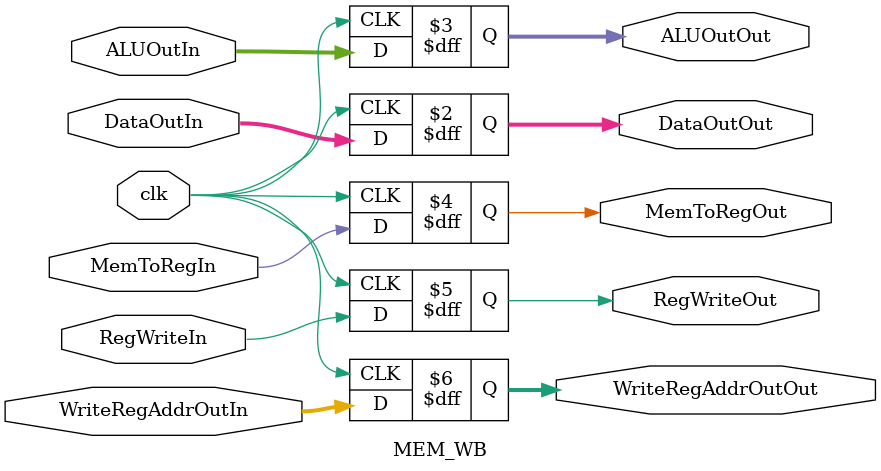
<source format=v>
module IF_ID (
  clk,
  WriteEnable,
  Flush, 
  NPCIn, InstrIn, 
  NPCOut, InstrOut
);
  input clk, WriteEnable, Flush;
  input [31:0] NPCIn, InstrIn;
  output reg [31:0] NPCOut, InstrOut;

  always @(posedge clk) begin
    if (Flush) begin
      NPCOut <= 0;
      InstrOut <= 0;
    end else begin
      if (WriteEnable) begin
        NPCOut <= NPCIn;
        InstrOut <= InstrIn;
      end else begin
        NPCOut <= NPCOut;
        InstrOut <= InstrOut;
      end
    end
  end
endmodule

module ID_EX (
  clk,
  Flush,
  // NPCIn, 
  RegData1In, RegData2In, Imm32In, 
  FunctIn, RsIn, RtIn, ShamtIn, 
  // PCNewFromInstrIn,
  ALUSrcIn, ALUOpIn, 
  // RegDistIn, 
  WriteRegAddrIn,
  // RegDistDistIn,
  // BranchIn, 
  MemReadIn, MemWriteIn,
  MemToRegIn, RegWriteIn,
  // NPCOut, 
  RegData1Out, RegData2Out, Imm32Out, 
  FunctOut, RsOut, RtOut, ShamtOut, 
  // PCNewFromInstrOut,
  ALUSrcOut, ALUOpOut, 
  // RegDistOut, 
  WriteRegAddrOut,
  // RegDistDistOut,
  // BranchOut, 
  MemReadOut, MemWriteOut,
  MemToRegOut, RegWriteOut
);

  input clk, Flush;
  input [31:0] RegData1In, RegData2In, Imm32In;
  input [5:0] FunctIn;
  input [4:0] RsIn, RtIn, ShamtIn;
  input ALUSrcIn/*, RegDistIn, RegDistDistIn*/;
  input [4:0] ALUOpIn, WriteRegAddrIn;
  input MemReadIn, MemWriteIn, MemToRegIn, RegWriteIn;

  output reg [31:0] RegData1Out, RegData2Out, Imm32Out;
  output reg [5:0] FunctOut;
  output reg [4:0] RsOut, RtOut, ShamtOut;
  output reg ALUSrcOut/*, RegDistOut, RegDistDistOut*/;
  output reg [4:0] ALUOpOut, WriteRegAddrOut;
  output reg MemReadOut, MemWriteOut, MemToRegOut, RegWriteOut;

  always @(posedge clk) begin
    if (Flush) begin
      RegData1Out <= 0;
      RegData2Out <= 0;
      Imm32Out <= 0;
      FunctOut <= 0;
      RsOut <= 0;
      RtOut <= 0;
      ShamtOut <= 0;
      ALUSrcOut <= 0;
      ALUOpOut <= 0;
      // RegDistOut <= 0;
      WriteRegAddrOut <= 0;
      // RegDistDistOut <= 0;
      MemReadOut <= 0;
      MemWriteOut <= 0;
      MemToRegOut <= 0;
      RegWriteOut <= 0;
    end else begin
      RegData1Out <= RegData1In;
      RegData2Out <= RegData2In;
      Imm32Out <= Imm32In;
      FunctOut <= FunctIn;
      RsOut <= RsIn;
      RtOut <= RtIn;
      ShamtOut <= ShamtIn;
      ALUSrcOut <= ALUSrcIn;
      ALUOpOut <= ALUOpIn;
      // RegDistOut <= RegDistIn;
      WriteRegAddrOut <= WriteRegAddrIn;
      // RegDistDistOut <= RegDistDistIn;
      MemReadOut <= MemReadIn;
      MemWriteOut <= MemWriteIn;
      MemToRegOut <= MemToRegIn;
      RegWriteOut <= RegWriteIn;
    end
  end
endmodule

module EX_MEM (
  clk,
  ALUOutIn,
  // PCSelectedIn,
  RegDataIn,
  WriteRegAddrIn,
  // BranchIn,
  MemReadIn,
  MemWriteIn,
  MemToRegIn,
  RegWriteIn,
  // ZeroIn,

  ALUOutOut,
  // PCSelectedOut,
  RegDataOut,
  WriteRegAddrOut,
  // BranchOut,
  MemReadOut,
  MemWriteOut,
  MemToRegOut,
  RegWriteOut
  // ZeroOut
);

  input clk;
  input [31:0] ALUOutIn, RegDataIn;
  input [4:0] WriteRegAddrIn;
  input MemReadIn, MemWriteIn, MemToRegIn, RegWriteIn;
  output reg [31:0] ALUOutOut, RegDataOut;
  output reg [4:0] WriteRegAddrOut;
  output reg MemReadOut, MemWriteOut, MemToRegOut, RegWriteOut;

  always @(posedge clk) begin
    ALUOutOut <= ALUOutIn;
    RegDataOut <= RegDataIn;
    WriteRegAddrOut <= WriteRegAddrIn;
    MemReadOut <= MemReadIn;
    MemWriteOut <= MemWriteIn;
    MemToRegOut <= MemToRegIn;
    RegWriteOut <= RegWriteIn;
  end
endmodule

module MEM_WB (
  clk,
  DataOutIn, 
  ALUOutIn,
  MemToRegIn,
  WriteRegAddrOutIn,
  RegWriteIn,
  DataOutOut, 
  ALUOutOut,
  MemToRegOut,
  WriteRegAddrOutOut,
  RegWriteOut
);

  input clk;
  input [31:0] DataOutIn, ALUOutIn;
  input MemToRegIn, RegWriteIn;
  input [4:0] WriteRegAddrOutIn;
  output reg [31:0] DataOutOut, ALUOutOut;
  output reg MemToRegOut, RegWriteOut;
  output reg [4:0] WriteRegAddrOutOut;

  always @(posedge clk) begin
    DataOutOut <= DataOutIn;
    ALUOutOut <= ALUOutIn;
    MemToRegOut <= MemToRegIn;
    RegWriteOut <= RegWriteIn;
    WriteRegAddrOutOut <= WriteRegAddrOutIn;
  end
endmodule

</source>
